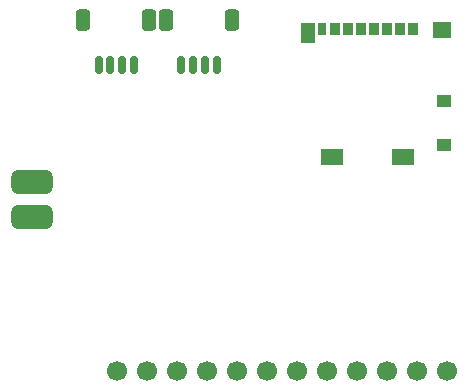
<source format=gbr>
%TF.GenerationSoftware,KiCad,Pcbnew,9.0.1-9.0.1-0~ubuntu22.04.1*%
%TF.CreationDate,2025-04-14T00:42:50-04:00*%
%TF.ProjectId,FlatSat,466c6174-5361-4742-9e6b-696361645f70,rev?*%
%TF.SameCoordinates,Original*%
%TF.FileFunction,Paste,Bot*%
%TF.FilePolarity,Positive*%
%FSLAX46Y46*%
G04 Gerber Fmt 4.6, Leading zero omitted, Abs format (unit mm)*
G04 Created by KiCad (PCBNEW 9.0.1-9.0.1-0~ubuntu22.04.1) date 2025-04-14 00:42:50*
%MOMM*%
%LPD*%
G01*
G04 APERTURE LIST*
G04 Aperture macros list*
%AMRoundRect*
0 Rectangle with rounded corners*
0 $1 Rounding radius*
0 $2 $3 $4 $5 $6 $7 $8 $9 X,Y pos of 4 corners*
0 Add a 4 corners polygon primitive as box body*
4,1,4,$2,$3,$4,$5,$6,$7,$8,$9,$2,$3,0*
0 Add four circle primitives for the rounded corners*
1,1,$1+$1,$2,$3*
1,1,$1+$1,$4,$5*
1,1,$1+$1,$6,$7*
1,1,$1+$1,$8,$9*
0 Add four rect primitives between the rounded corners*
20,1,$1+$1,$2,$3,$4,$5,0*
20,1,$1+$1,$4,$5,$6,$7,0*
20,1,$1+$1,$6,$7,$8,$9,0*
20,1,$1+$1,$8,$9,$2,$3,0*%
G04 Aperture macros list end*
%ADD10C,1.700000*%
%ADD11RoundRect,0.500000X1.250000X-0.500000X1.250000X0.500000X-1.250000X0.500000X-1.250000X-0.500000X0*%
%ADD12R,0.850000X1.100000*%
%ADD13R,0.750000X1.100000*%
%ADD14R,1.200000X1.000000*%
%ADD15R,1.550000X1.350000*%
%ADD16R,1.900000X1.350000*%
%ADD17R,1.170000X1.800000*%
%ADD18RoundRect,0.150000X-0.150000X-0.625000X0.150000X-0.625000X0.150000X0.625000X-0.150000X0.625000X0*%
%ADD19RoundRect,0.250000X-0.350000X-0.650000X0.350000X-0.650000X0.350000X0.650000X-0.350000X0.650000X0*%
G04 APERTURE END LIST*
D10*
%TO.C,J5*%
X-13970000Y-14500000D03*
X-11430000Y-14500000D03*
X-8890000Y-14500000D03*
X-6350000Y-14500000D03*
X-3810000Y-14500000D03*
X-1270000Y-14500000D03*
X1270000Y-14500000D03*
X3810000Y-14500000D03*
X6350000Y-14500000D03*
X8890000Y-14500000D03*
X11430000Y-14500000D03*
X13970000Y-14500000D03*
%TD*%
D11*
%TO.C,J1*%
X-21150000Y-1500000D03*
X-21150000Y1500000D03*
%TD*%
D12*
%TO.C,J7*%
X11105000Y14450000D03*
X10005000Y14450000D03*
X8905000Y14450000D03*
X7805000Y14450000D03*
X6705000Y14450000D03*
X5605000Y14450000D03*
X4505000Y14450000D03*
D13*
X3455000Y14450000D03*
D14*
X13740000Y8300000D03*
X13740000Y4600000D03*
D15*
X13565000Y14325000D03*
D16*
X10240000Y3625000D03*
X4270000Y3625000D03*
D17*
X2245000Y14100000D03*
%TD*%
D18*
%TO.C,J2*%
X-15500000Y11350000D03*
X-14500000Y11350000D03*
X-13500000Y11350000D03*
X-12500000Y11350000D03*
D19*
X-16800000Y15225000D03*
X-11200000Y15225000D03*
%TD*%
D18*
%TO.C,J3*%
X-8500000Y11350000D03*
X-7500000Y11350000D03*
X-6500000Y11350000D03*
X-5500000Y11350000D03*
D19*
X-9800000Y15225000D03*
X-4200000Y15225000D03*
%TD*%
M02*

</source>
